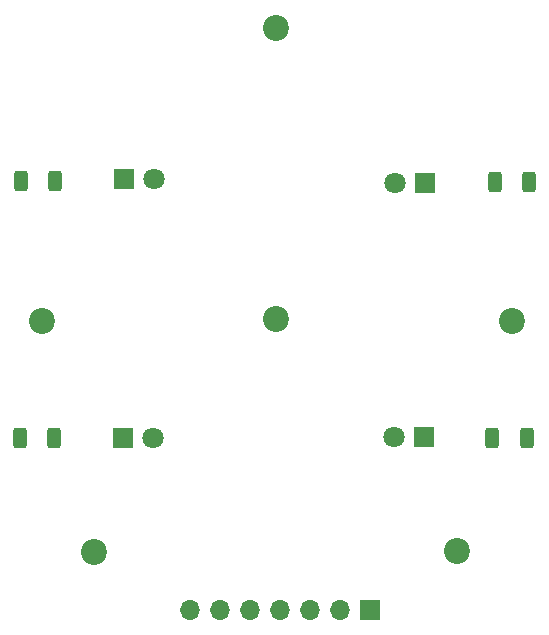
<source format=gbr>
%TF.GenerationSoftware,KiCad,Pcbnew,9.0.1*%
%TF.CreationDate,2025-04-01T19:10:29+10:00*%
%TF.ProjectId,Ir PCB,49722050-4342-42e6-9b69-6361645f7063,rev?*%
%TF.SameCoordinates,Original*%
%TF.FileFunction,Soldermask,Top*%
%TF.FilePolarity,Negative*%
%FSLAX46Y46*%
G04 Gerber Fmt 4.6, Leading zero omitted, Abs format (unit mm)*
G04 Created by KiCad (PCBNEW 9.0.1) date 2025-04-01 19:10:29*
%MOMM*%
%LPD*%
G01*
G04 APERTURE LIST*
G04 Aperture macros list*
%AMRoundRect*
0 Rectangle with rounded corners*
0 $1 Rounding radius*
0 $2 $3 $4 $5 $6 $7 $8 $9 X,Y pos of 4 corners*
0 Add a 4 corners polygon primitive as box body*
4,1,4,$2,$3,$4,$5,$6,$7,$8,$9,$2,$3,0*
0 Add four circle primitives for the rounded corners*
1,1,$1+$1,$2,$3*
1,1,$1+$1,$4,$5*
1,1,$1+$1,$6,$7*
1,1,$1+$1,$8,$9*
0 Add four rect primitives between the rounded corners*
20,1,$1+$1,$2,$3,$4,$5,0*
20,1,$1+$1,$4,$5,$6,$7,0*
20,1,$1+$1,$6,$7,$8,$9,0*
20,1,$1+$1,$8,$9,$2,$3,0*%
G04 Aperture macros list end*
%ADD10R,1.800000X1.800000*%
%ADD11C,1.800000*%
%ADD12C,2.200000*%
%ADD13RoundRect,0.250000X-0.312500X-0.625000X0.312500X-0.625000X0.312500X0.625000X-0.312500X0.625000X0*%
%ADD14RoundRect,0.250000X0.312500X0.625000X-0.312500X0.625000X-0.312500X-0.625000X0.312500X-0.625000X0*%
%ADD15R,1.700000X1.700000*%
%ADD16O,1.700000X1.700000*%
G04 APERTURE END LIST*
D10*
%TO.C,S3*%
X137180000Y-88010000D03*
D11*
X139720000Y-88010000D03*
%TD*%
D12*
%TO.C,H7*%
X169990000Y-99970000D03*
%TD*%
D13*
%TO.C,R4*%
X128320000Y-109900000D03*
X131245000Y-109900000D03*
%TD*%
D14*
%TO.C,R2*%
X171470000Y-88210000D03*
X168545000Y-88210000D03*
%TD*%
D13*
%TO.C,R3*%
X128387500Y-88110000D03*
X131312500Y-88110000D03*
%TD*%
D15*
%TO.C,J1*%
X157950000Y-124450000D03*
D16*
X155410000Y-124450000D03*
X152870000Y-124450000D03*
X150330000Y-124450000D03*
X147790000Y-124450000D03*
X145250000Y-124450000D03*
X142710000Y-124450000D03*
%TD*%
D12*
%TO.C,H8*%
X165350000Y-119430000D03*
%TD*%
D10*
%TO.C,S1*%
X162580000Y-109800000D03*
D11*
X160040000Y-109800000D03*
%TD*%
D12*
%TO.C,M2*%
X150050000Y-99840000D03*
%TD*%
%TO.C,H4*%
X150050000Y-75170000D03*
%TD*%
D10*
%TO.C,SFH309*%
X137075000Y-109900000D03*
D11*
X139615000Y-109900000D03*
%TD*%
D12*
%TO.C,H6*%
X130170000Y-99970000D03*
%TD*%
D10*
%TO.C,S2*%
X162670000Y-88310000D03*
D11*
X160130000Y-88310000D03*
%TD*%
D12*
%TO.C,H5*%
X134580000Y-119570000D03*
%TD*%
D14*
%TO.C,R1*%
X171270000Y-109900000D03*
X168345000Y-109900000D03*
%TD*%
M02*

</source>
